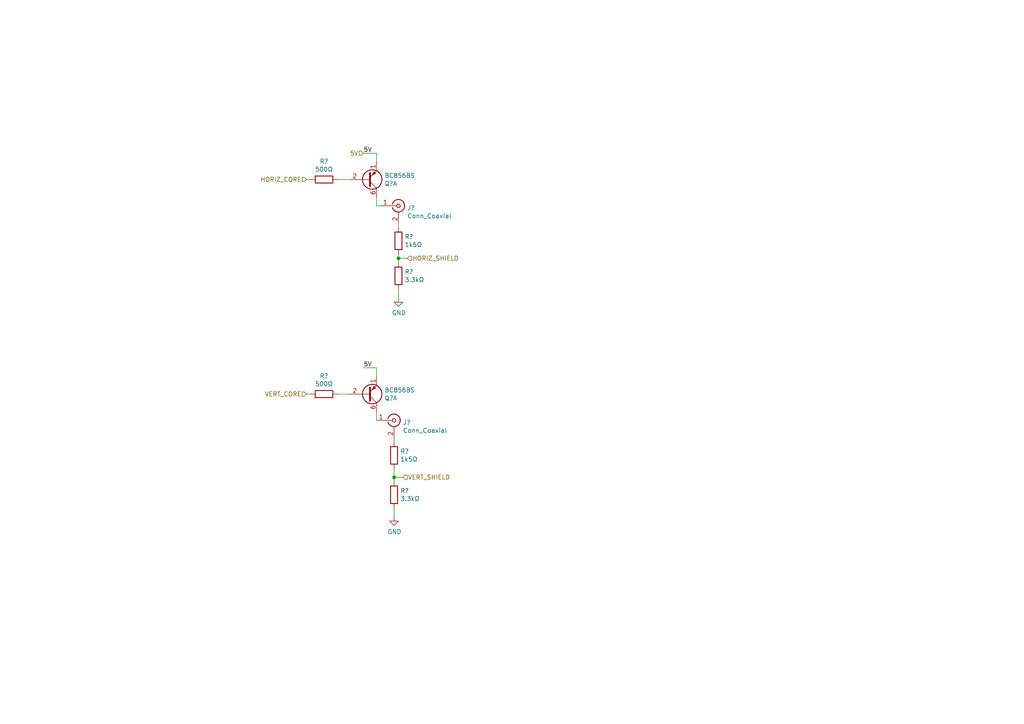
<source format=kicad_sch>
(kicad_sch (version 20211123) (generator eeschema)
  (paper "A4")
  (lib_symbols
    (symbol "Connector:Conn_Coaxial" (pin_names (offset 1.016) hide)
      (property "Reference" "J" (at 0.254 3.048 0))
      (property "Value" "Conn_Coaxial" (at 2.921 0 90))
      (symbol "Conn_Coaxial_0_1"
        (arc (start -1.778 -0.508) (mid 0.222 -1.808) (end 1.778 0) (stroke (width 0.254)))
        (polyline (pts (xy -2.54 0) (xy -0.508 0)))
        (polyline (pts (xy 0 -2.54) (xy 0 -1.778)))
        (circle (center 0 0) (radius 0.508) (stroke (width 0.2032)))
        (arc (start 1.778 0) (mid 0.222 1.8083) (end -1.778 0.508) (stroke (width 0.254)))
      )
      (symbol "Conn_Coaxial_1_1"
        (pin passive line (at -5.08 0 0) (length 2.54) (name "In") (number "1"))
        (pin passive line (at 0 -5.08 90) (length 2.54) (name "Ext") (number "2"))
      )
    )
    (symbol "Device:R" (pin_numbers hide) (pin_names (offset 0))
      (property "Reference" "R" (at 2.032 0 90))
      (property "Value" "R" (at 0 0 90))
      (symbol "R_0_1"
        (rectangle (start -1.016 -2.54) (end 1.016 2.54) (stroke (width 0.254)))
      )
      (symbol "R_1_1"
        (pin passive line (at 0 3.81 270) (length 1.27) (name "~") (number "1"))
        (pin passive line (at 0 -3.81 90) (length 1.27) (name "~") (number "2"))
      )
    )
    (symbol "Transistor_BJT:BC856BS" (pin_names (offset 0) hide)
      (property "Reference" "Q" (at 5.08 1.27 0))
      (property "Value" "BC856BS" (at 5.08 -1.27 0))
      (symbol "BC856BS_0_1"
        (polyline (pts (xy 0.635 0) (xy -2.54 0)))
        (polyline (pts (xy 0.635 0.635) (xy 2.54 2.54)))
        (polyline (pts (xy 0.635 -0.635) (xy 2.54 -2.54) (xy 2.54 -2.54)))
        (polyline (pts (xy 0.635 1.905) (xy 0.635 -1.905) (xy 0.635 -1.905)) (stroke (width 0.508)))
        (polyline (pts (xy 2.286 -1.778) (xy 1.778 -2.286) (xy 1.27 -1.27) (xy 2.286 -1.778) (xy 2.286 -1.778)) (fill (type outline)))
        (circle (center 1.27 0) (radius 2.8194) (stroke (width 0.254)))
      )
      (symbol "BC856BS_1_1"
        (pin passive line (at 2.54 -5.08 90) (length 2.54) (name "E1") (number "1"))
        (pin input line (at -5.08 0 0) (length 2.54) (name "B1") (number "2"))
        (pin passive line (at 2.54 5.08 270) (length 2.54) (name "C1") (number "6"))
      )
      (symbol "BC856BS_2_1"
        (pin passive line (at 2.54 5.08 270) (length 2.54) (name "C2") (number "3"))
        (pin passive line (at 2.54 -5.08 90) (length 2.54) (name "E2") (number "4"))
        (pin input line (at -5.08 0 0) (length 2.54) (name "B2") (number "5"))
      )
    )
    (symbol "power:GND" (power) (pin_names (offset 0))
      (property "Value" "GND" (at 0 -3.81 0))
      (symbol "GND_0_1"
        (polyline (pts (xy 0 0) (xy 0 -1.27) (xy 1.27 -1.27) (xy 0 -2.54) (xy -1.27 -1.27) (xy 0 -1.27)))
      )
      (symbol "GND_1_1"
        (pin power_in line (at 0 0 270) (length 0) hide (name "GND") (number "1"))
      )
    )
  )
  (junction (at 114.3 138.43))
  (junction (at 115.57 74.93))
  (wire (pts (xy 109.22 119.38) (xy 109.22 121.92)))
  (wire (pts (xy 109.22 46.99) (xy 109.22 44.45)))
  (wire (pts (xy 115.57 74.93) (xy 118.11 74.93)))
  (wire (pts (xy 109.22 59.69) (xy 110.49 59.69)))
  (wire (pts (xy 114.3 138.43) (xy 114.3 139.7)))
  (wire (pts (xy 88.9 114.3) (xy 90.17 114.3)))
  (wire (pts (xy 115.57 73.66) (xy 115.57 74.93)))
  (wire (pts (xy 109.22 44.45) (xy 105.41 44.45)))
  (wire (pts (xy 114.3 127) (xy 114.3 128.27)))
  (wire (pts (xy 115.57 74.93) (xy 115.57 76.2)))
  (wire (pts (xy 109.22 109.22) (xy 109.22 106.68)))
  (wire (pts (xy 114.3 147.32) (xy 114.3 149.86)))
  (wire (pts (xy 109.22 106.68) (xy 105.41 106.68)))
  (wire (pts (xy 88.9 52.07) (xy 90.17 52.07)))
  (wire (pts (xy 114.3 135.89) (xy 114.3 138.43)))
  (wire (pts (xy 97.79 114.3) (xy 101.6 114.3)))
  (wire (pts (xy 109.22 57.15) (xy 109.22 59.69)))
  (wire (pts (xy 97.79 52.07) (xy 101.6 52.07)))
  (wire (pts (xy 114.3 138.43) (xy 116.84 138.43)))
  (wire (pts (xy 115.57 83.82) (xy 115.57 86.36)))
  (wire (pts (xy 115.57 64.77) (xy 115.57 66.04)))
  (label "5V" (at 105.41 106.68 0))
  (label "5V" (at 105.41 44.45 0))
  (hierarchical_label "HORIZ_CORE" (shape input) (at 88.9 52.07 180))
  (hierarchical_label "VERT_CORE" (shape input) (at 88.9 114.3 180))
  (hierarchical_label "HORIZ_SHIELD" (shape input) (at 118.11 74.93 0))
  (hierarchical_label "VERT_SHIELD" (shape input) (at 116.84 138.43 0))
  (hierarchical_label "5V" (shape input) (at 105.41 44.45 180))
  (symbol (lib_id "Transistor_BJT:BC856BS") (at 106.68 52.07 0) (mirror x) (unit 1)
    (property "Reference" "Q?" (at 111.506 53.2384 0) (effects (justify left)))
    (property "Value" "BC856BS" (at 111.506 50.927 0) (effects (justify left)))
    (property "Footprint" "Package_TO_SOT_SMD:SOT-363_SC-70-6" (effects hide))
    (property "Datasheet" "https://assets.nexperia.com/documents/data-sheet/BC856BS.pdf" (effects hide))
  )
  (symbol (lib_id "Transistor_BJT:BC856BS") (at 106.68 114.3 0) (mirror x) (unit 1)
    (property "Reference" "Q?" (at 111.506 115.4684 0) (effects (justify left)))
    (property "Value" "BC856BS" (at 111.506 113.157 0) (effects (justify left)))
    (property "Footprint" "Package_TO_SOT_SMD:SOT-363_SC-70-6" (effects hide))
    (property "Datasheet" "https://assets.nexperia.com/documents/data-sheet/BC856BS.pdf" (effects hide))
  )
  (symbol (lib_id "Device:R") (at 115.57 69.85 0) (unit 1)
    (property "Reference" "R?" (at 117.348 68.6816 0) (effects (justify left)))
    (property "Value" "1k5Ω" (at 117.348 70.993 0) (effects (justify left)))
    (property "Footprint" "Resistor_SMD:R_0805_2012Metric" (effects hide))
  )
  (symbol (lib_id "power:GND") (at 115.57 86.36 0) (unit 1)
    (property "Reference" "#PWR?" (effects hide))
    (property "Value" "GND" (at 115.697 90.7542 0))
  )
  (symbol (lib_id "Device:R") (at 115.57 80.01 0) (unit 1)
    (property "Reference" "R?" (at 117.348 78.8416 0) (effects (justify left)))
    (property "Value" "3.3kΩ" (at 117.348 81.153 0) (effects (justify left)))
    (property "Footprint" "Resistor_SMD:R_0805_2012Metric" (effects hide))
  )
  (symbol (lib_id "Device:R") (at 114.3 132.08 0) (unit 1)
    (property "Reference" "R?" (at 116.078 130.9116 0) (effects (justify left)))
    (property "Value" "1k5Ω" (at 116.078 133.223 0) (effects (justify left)))
    (property "Footprint" "Resistor_SMD:R_0805_2012Metric" (effects hide))
  )
  (symbol (lib_id "power:GND") (at 114.3 149.86 0) (unit 1)
    (property "Reference" "#PWR?" (effects hide))
    (property "Value" "GND" (at 114.427 154.2542 0))
  )
  (symbol (lib_id "Device:R") (at 114.3 143.51 0) (unit 1)
    (property "Reference" "R?" (at 116.078 142.3416 0) (effects (justify left)))
    (property "Value" "3.3kΩ" (at 116.078 144.653 0) (effects (justify left)))
    (property "Footprint" "Resistor_SMD:R_0805_2012Metric" (effects hide))
  )
  (symbol (lib_id "Connector:Conn_Coaxial") (at 115.57 59.69 0) (unit 1)
    (property "Reference" "J?" (at 118.11 60.325 0) (effects (justify left)))
    (property "Value" "Conn_Coaxial" (at 118.11 62.6364 0) (effects (justify left)))
    (property "Footprint" "CoaxTester:FB_EPG" (effects hide))
    (property "Datasheet" " ~" (effects hide))
  )
  (symbol (lib_id "Device:R") (at 93.98 52.07 270) (unit 1)
    (property "Reference" "R?" (at 93.98 46.8122 90))
    (property "Value" "500Ω" (at 93.98 49.1236 90))
    (property "Footprint" "Resistor_SMD:R_0805_2012Metric" (effects hide))
  )
  (symbol (lib_id "Connector:Conn_Coaxial") (at 114.3 121.92 0) (unit 1)
    (property "Reference" "J?" (at 116.84 122.555 0) (effects (justify left)))
    (property "Value" "Conn_Coaxial" (at 116.84 124.8664 0) (effects (justify left)))
    (property "Footprint" "CoaxTester:FB_EPG" (effects hide))
    (property "Datasheet" " ~" (effects hide))
  )
  (symbol (lib_id "Device:R") (at 93.98 114.3 270) (unit 1)
    (property "Reference" "R?" (at 93.98 109.0422 90))
    (property "Value" "500Ω" (at 93.98 111.3536 90))
    (property "Footprint" "Resistor_SMD:R_0805_2012Metric" (effects hide))
  )
)
</source>
